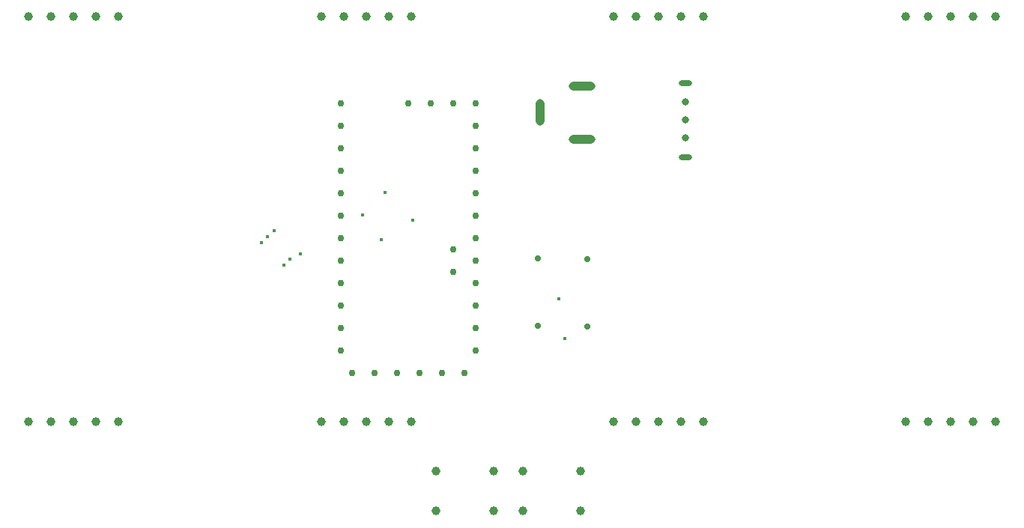
<source format=gbr>
%TF.GenerationSoftware,KiCad,Pcbnew,(5.99.0-11177-g6c67dfa032)*%
%TF.CreationDate,2021-07-15T10:53:25+10:00*%
%TF.ProjectId,4x8x8 LED Matrix Clock,34783878-3820-44c4-9544-204d61747269,rev?*%
%TF.SameCoordinates,Original*%
%TF.FileFunction,Plated,1,2,PTH,Mixed*%
%TF.FilePolarity,Positive*%
%FSLAX46Y46*%
G04 Gerber Fmt 4.6, Leading zero omitted, Abs format (unit mm)*
G04 Created by KiCad (PCBNEW (5.99.0-11177-g6c67dfa032)) date 2021-07-15 10:53:25*
%MOMM*%
%LPD*%
G01*
G04 APERTURE LIST*
%TA.AperFunction,ViaDrill*%
%ADD10C,0.400000*%
%TD*%
%TA.AperFunction,ComponentDrill*%
%ADD11C,0.700000*%
%TD*%
G04 aperture for slot hole*
%TA.AperFunction,ComponentDrill*%
%ADD12O,1.500000X0.700000*%
%TD*%
%TA.AperFunction,ComponentDrill*%
%ADD13C,0.762000*%
%TD*%
%TA.AperFunction,ComponentDrill*%
%ADD14C,0.800000*%
%TD*%
%TA.AperFunction,ComponentDrill*%
%ADD15C,1.000000*%
%TD*%
G04 aperture for slot hole*
%TA.AperFunction,ComponentDrill*%
%ADD16O,1.000000X3.000000*%
%TD*%
G04 aperture for slot hole*
%TA.AperFunction,ComponentDrill*%
%ADD17O,3.000000X1.000000*%
%TD*%
G04 APERTURE END LIST*
D10*
X104775000Y-78105000D03*
X105481755Y-77398245D03*
X106188510Y-76691490D03*
X107315000Y-80645000D03*
X108021755Y-79938245D03*
X109220000Y-79376011D03*
X116205000Y-74930000D03*
X118364000Y-77724000D03*
X118745000Y-72390000D03*
X121920000Y-75565000D03*
X138430000Y-84455000D03*
X139065000Y-88900000D03*
D11*
%TO.C,R2*%
X135991600Y-79857600D03*
X135991600Y-87477600D03*
%TO.C,R1*%
X141579600Y-79959200D03*
X141579600Y-87579200D03*
D12*
%TO.C,S3*%
X152704800Y-60011200D03*
X152704800Y-68411200D03*
D13*
%TO.C,U1*%
X113760000Y-62325000D03*
X113760000Y-64865000D03*
X113760000Y-67405000D03*
X113760000Y-69945000D03*
X113760000Y-72485000D03*
X113760000Y-75025000D03*
X113760000Y-77565000D03*
X113760000Y-80105000D03*
X113760000Y-82645000D03*
X113760000Y-85185000D03*
X113760000Y-87725000D03*
X113760000Y-90265000D03*
X115030000Y-92805000D03*
X117570000Y-92805000D03*
X120110000Y-92805000D03*
X121380000Y-62325000D03*
X122650000Y-92805000D03*
X123920000Y-62325000D03*
X125190000Y-92805000D03*
X126460000Y-62325000D03*
X126460000Y-78835000D03*
X126460000Y-81375000D03*
X127730000Y-92805000D03*
X129000000Y-62325000D03*
X129000000Y-64865000D03*
X129000000Y-67405000D03*
X129000000Y-69945000D03*
X129000000Y-72485000D03*
X129000000Y-75025000D03*
X129000000Y-77565000D03*
X129000000Y-80105000D03*
X129000000Y-82645000D03*
X129000000Y-85185000D03*
X129000000Y-87725000D03*
X129000000Y-90265000D03*
D14*
%TO.C,S3*%
X152704800Y-62211200D03*
X152704800Y-64211200D03*
X152704800Y-66211200D03*
D15*
%TO.C,J3*%
X78486000Y-52527200D03*
%TO.C,J1*%
X78486000Y-98298000D03*
%TO.C,J3*%
X81026000Y-52527200D03*
%TO.C,J1*%
X81026000Y-98298000D03*
%TO.C,J3*%
X83566000Y-52527200D03*
%TO.C,J1*%
X83566000Y-98298000D03*
%TO.C,J3*%
X86106000Y-52527200D03*
%TO.C,J1*%
X86106000Y-98298000D03*
%TO.C,J3*%
X88646000Y-52527200D03*
%TO.C,J1*%
X88646000Y-98298000D03*
%TO.C,J5*%
X111556800Y-52527200D03*
%TO.C,J4*%
X111556800Y-98298000D03*
%TO.C,J5*%
X114096800Y-52527200D03*
%TO.C,J4*%
X114096800Y-98298000D03*
%TO.C,J5*%
X116636800Y-52527200D03*
%TO.C,J4*%
X116636800Y-98298000D03*
%TO.C,J5*%
X119176800Y-52527200D03*
%TO.C,J4*%
X119176800Y-98298000D03*
%TO.C,J5*%
X121716800Y-52527200D03*
%TO.C,J4*%
X121716800Y-98298000D03*
%TO.C,S1*%
X124512000Y-103922000D03*
X124512000Y-108422000D03*
X131012000Y-103922000D03*
X131012000Y-108422000D03*
%TO.C,S2*%
X134358000Y-103922000D03*
X134358000Y-108422000D03*
D16*
%TO.C,J2*%
X136277700Y-63395600D03*
D15*
%TO.C,S2*%
X140858000Y-103922000D03*
X140858000Y-108422000D03*
D17*
%TO.C,J2*%
X140977700Y-60395600D03*
X140977700Y-66395600D03*
D15*
%TO.C,J7*%
X144576800Y-52527200D03*
%TO.C,J6*%
X144576800Y-98298000D03*
%TO.C,J7*%
X147116800Y-52527200D03*
%TO.C,J6*%
X147116800Y-98298000D03*
%TO.C,J7*%
X149656800Y-52527200D03*
%TO.C,J6*%
X149656800Y-98298000D03*
%TO.C,J7*%
X152196800Y-52527200D03*
%TO.C,J6*%
X152196800Y-98298000D03*
%TO.C,J7*%
X154736800Y-52527200D03*
%TO.C,J6*%
X154736800Y-98298000D03*
%TO.C,J9*%
X177596800Y-52527200D03*
%TO.C,J8*%
X177596800Y-98298000D03*
%TO.C,J9*%
X180136800Y-52527200D03*
%TO.C,J8*%
X180136800Y-98298000D03*
%TO.C,J9*%
X182676800Y-52527200D03*
%TO.C,J8*%
X182676800Y-98298000D03*
%TO.C,J9*%
X185216800Y-52527200D03*
%TO.C,J8*%
X185216800Y-98298000D03*
%TO.C,J9*%
X187756800Y-52527200D03*
%TO.C,J8*%
X187756800Y-98298000D03*
M02*

</source>
